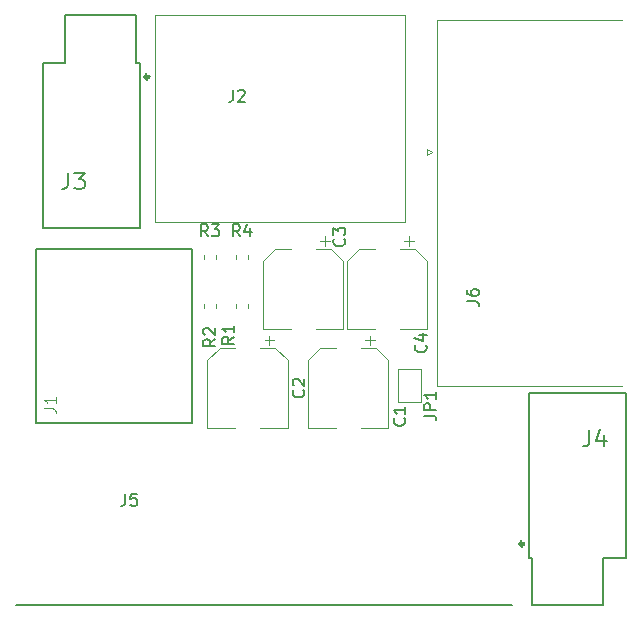
<source format=gto>
G04 #@! TF.GenerationSoftware,KiCad,Pcbnew,(5.1.0)-1*
G04 #@! TF.CreationDate,2019-07-12T21:05:45-04:00*
G04 #@! TF.ProjectId,Genesis_SMS Breakout,47656e65-7369-4735-9f53-4d5320427265,rev?*
G04 #@! TF.SameCoordinates,Original*
G04 #@! TF.FileFunction,Legend,Top*
G04 #@! TF.FilePolarity,Positive*
%FSLAX46Y46*%
G04 Gerber Fmt 4.6, Leading zero omitted, Abs format (unit mm)*
G04 Created by KiCad (PCBNEW (5.1.0)-1) date 2019-07-12 21:05:45*
%MOMM*%
%LPD*%
G04 APERTURE LIST*
%ADD10C,0.127000*%
%ADD11C,0.340000*%
%ADD12C,0.120000*%
%ADD13C,0.150000*%
%ADD14C,0.050000*%
G04 APERTURE END LIST*
D10*
X179100000Y-91400000D02*
X179100000Y-77400000D01*
X179100000Y-77400000D02*
X187300000Y-77400000D01*
X187300000Y-77400000D02*
X187300000Y-91400000D01*
X187300000Y-91400000D02*
X185400000Y-91400000D01*
X185400000Y-91400000D02*
X185400000Y-95400000D01*
X185400000Y-95400000D02*
X179400000Y-95400000D01*
X179400000Y-95400000D02*
X179400000Y-91400000D01*
X179400000Y-91400000D02*
X179100000Y-91400000D01*
D11*
X178670000Y-90200000D02*
G75*
G03X178670000Y-90200000I-170000J0D01*
G01*
X146920000Y-50650000D02*
G75*
G03X146920000Y-50650000I-170000J0D01*
G01*
D10*
X145850000Y-49450000D02*
X146150000Y-49450000D01*
X145850000Y-45450000D02*
X145850000Y-49450000D01*
X139850000Y-45450000D02*
X145850000Y-45450000D01*
X139850000Y-49450000D02*
X139850000Y-45450000D01*
X137950000Y-49450000D02*
X139850000Y-49450000D01*
X137950000Y-63450000D02*
X137950000Y-49450000D01*
X146150000Y-63450000D02*
X137950000Y-63450000D01*
X146150000Y-49450000D02*
X146150000Y-63450000D01*
X137390000Y-80000000D02*
X137390000Y-65200000D01*
X150600000Y-65200000D02*
X150600000Y-80000000D01*
X137400000Y-80000000D02*
X141100000Y-80000000D01*
X150600000Y-80000000D02*
X141100000Y-80000000D01*
X137400000Y-65200000D02*
X141100000Y-65200000D01*
X150600000Y-65200000D02*
X141100000Y-65200000D01*
D12*
X160390000Y-80410000D02*
X162740000Y-80410000D01*
X167210000Y-80410000D02*
X164860000Y-80410000D01*
X167210000Y-74654437D02*
X167210000Y-80410000D01*
X160390000Y-74654437D02*
X160390000Y-80410000D01*
X161454437Y-73590000D02*
X162740000Y-73590000D01*
X166145563Y-73590000D02*
X164860000Y-73590000D01*
X166145563Y-73590000D02*
X167210000Y-74654437D01*
X161454437Y-73590000D02*
X160390000Y-74654437D01*
X165647500Y-72562500D02*
X165647500Y-73350000D01*
X166041250Y-72956250D02*
X165253750Y-72956250D01*
X157541250Y-72956250D02*
X156753750Y-72956250D01*
X157147500Y-72562500D02*
X157147500Y-73350000D01*
X152954437Y-73590000D02*
X151890000Y-74654437D01*
X157645563Y-73590000D02*
X158710000Y-74654437D01*
X157645563Y-73590000D02*
X156360000Y-73590000D01*
X152954437Y-73590000D02*
X154240000Y-73590000D01*
X151890000Y-74654437D02*
X151890000Y-80410000D01*
X158710000Y-74654437D02*
X158710000Y-80410000D01*
X158710000Y-80410000D02*
X156360000Y-80410000D01*
X151890000Y-80410000D02*
X154240000Y-80410000D01*
X156590000Y-72010000D02*
X158940000Y-72010000D01*
X163410000Y-72010000D02*
X161060000Y-72010000D01*
X163410000Y-66254437D02*
X163410000Y-72010000D01*
X156590000Y-66254437D02*
X156590000Y-72010000D01*
X157654437Y-65190000D02*
X158940000Y-65190000D01*
X162345563Y-65190000D02*
X161060000Y-65190000D01*
X162345563Y-65190000D02*
X163410000Y-66254437D01*
X157654437Y-65190000D02*
X156590000Y-66254437D01*
X161847500Y-64162500D02*
X161847500Y-64950000D01*
X162241250Y-64556250D02*
X161453750Y-64556250D01*
X169341250Y-64556250D02*
X168553750Y-64556250D01*
X168947500Y-64162500D02*
X168947500Y-64950000D01*
X164754437Y-65190000D02*
X163690000Y-66254437D01*
X169445563Y-65190000D02*
X170510000Y-66254437D01*
X169445563Y-65190000D02*
X168160000Y-65190000D01*
X164754437Y-65190000D02*
X166040000Y-65190000D01*
X163690000Y-66254437D02*
X163690000Y-72010000D01*
X170510000Y-66254437D02*
X170510000Y-72010000D01*
X170510000Y-72010000D02*
X168160000Y-72010000D01*
X163690000Y-72010000D02*
X166040000Y-72010000D01*
X158050000Y-45450000D02*
X147450000Y-45450000D01*
X147450000Y-45450000D02*
X147450000Y-62950000D01*
X147450000Y-62950000D02*
X168650000Y-62950000D01*
X168650000Y-62950000D02*
X168650000Y-45450000D01*
X168650000Y-45450000D02*
X158050000Y-45450000D01*
D13*
X135700000Y-95400000D02*
X177700000Y-95400000D01*
D12*
X186970000Y-76800000D02*
X171360000Y-76800000D01*
X171360000Y-76800000D02*
X171360000Y-45830000D01*
X171360000Y-45830000D02*
X186970000Y-45830000D01*
X170465662Y-57250000D02*
X170465662Y-56750000D01*
X170465662Y-56750000D02*
X170898675Y-57000000D01*
X170898675Y-57000000D02*
X170465662Y-57250000D01*
X168000000Y-75425000D02*
X170000000Y-75425000D01*
X168000000Y-78225000D02*
X168000000Y-75425000D01*
X170000000Y-78225000D02*
X168000000Y-78225000D01*
X170000000Y-75425000D02*
X170000000Y-78225000D01*
X154290000Y-70246267D02*
X154290000Y-69903733D01*
X155310000Y-70246267D02*
X155310000Y-69903733D01*
X152610000Y-70246267D02*
X152610000Y-69903733D01*
X151590000Y-70246267D02*
X151590000Y-69903733D01*
X151590000Y-66046267D02*
X151590000Y-65703733D01*
X152610000Y-66046267D02*
X152610000Y-65703733D01*
X155310000Y-66071267D02*
X155310000Y-65728733D01*
X154290000Y-66071267D02*
X154290000Y-65728733D01*
D13*
X184230103Y-80542955D02*
X184230103Y-81543448D01*
X184163403Y-81743546D01*
X184030004Y-81876945D01*
X183829906Y-81943645D01*
X183696507Y-81943645D01*
X185497394Y-81009852D02*
X185497394Y-81943645D01*
X185163896Y-80476255D02*
X184830399Y-81476748D01*
X185697492Y-81476748D01*
X140086103Y-58772955D02*
X140086103Y-59773448D01*
X140019403Y-59973546D01*
X139886004Y-60106945D01*
X139685906Y-60173645D01*
X139552507Y-60173645D01*
X140619699Y-58772955D02*
X141486793Y-58772955D01*
X141019896Y-59306551D01*
X141219995Y-59306551D01*
X141353394Y-59373251D01*
X141420093Y-59439950D01*
X141486793Y-59573349D01*
X141486793Y-59906847D01*
X141420093Y-60040246D01*
X141353394Y-60106945D01*
X141219995Y-60173645D01*
X140819798Y-60173645D01*
X140686399Y-60106945D01*
X140619699Y-60040246D01*
D14*
X138052008Y-78733560D02*
X138766780Y-78733560D01*
X138909734Y-78781211D01*
X139005037Y-78876514D01*
X139052688Y-79019468D01*
X139052688Y-79114771D01*
X139052688Y-77732880D02*
X139052688Y-78304697D01*
X139052688Y-78018788D02*
X138052008Y-78018788D01*
X138194962Y-78114091D01*
X138290265Y-78209394D01*
X138337917Y-78304697D01*
D13*
X168557142Y-79566666D02*
X168604761Y-79614285D01*
X168652380Y-79757142D01*
X168652380Y-79852380D01*
X168604761Y-79995238D01*
X168509523Y-80090476D01*
X168414285Y-80138095D01*
X168223809Y-80185714D01*
X168080952Y-80185714D01*
X167890476Y-80138095D01*
X167795238Y-80090476D01*
X167700000Y-79995238D01*
X167652380Y-79852380D01*
X167652380Y-79757142D01*
X167700000Y-79614285D01*
X167747619Y-79566666D01*
X168652380Y-78614285D02*
X168652380Y-79185714D01*
X168652380Y-78900000D02*
X167652380Y-78900000D01*
X167795238Y-78995238D01*
X167890476Y-79090476D01*
X167938095Y-79185714D01*
X160007142Y-77166666D02*
X160054761Y-77214285D01*
X160102380Y-77357142D01*
X160102380Y-77452380D01*
X160054761Y-77595238D01*
X159959523Y-77690476D01*
X159864285Y-77738095D01*
X159673809Y-77785714D01*
X159530952Y-77785714D01*
X159340476Y-77738095D01*
X159245238Y-77690476D01*
X159150000Y-77595238D01*
X159102380Y-77452380D01*
X159102380Y-77357142D01*
X159150000Y-77214285D01*
X159197619Y-77166666D01*
X159197619Y-76785714D02*
X159150000Y-76738095D01*
X159102380Y-76642857D01*
X159102380Y-76404761D01*
X159150000Y-76309523D01*
X159197619Y-76261904D01*
X159292857Y-76214285D01*
X159388095Y-76214285D01*
X159530952Y-76261904D01*
X160102380Y-76833333D01*
X160102380Y-76214285D01*
X163457142Y-64366666D02*
X163504761Y-64414285D01*
X163552380Y-64557142D01*
X163552380Y-64652380D01*
X163504761Y-64795238D01*
X163409523Y-64890476D01*
X163314285Y-64938095D01*
X163123809Y-64985714D01*
X162980952Y-64985714D01*
X162790476Y-64938095D01*
X162695238Y-64890476D01*
X162600000Y-64795238D01*
X162552380Y-64652380D01*
X162552380Y-64557142D01*
X162600000Y-64414285D01*
X162647619Y-64366666D01*
X162552380Y-64033333D02*
X162552380Y-63414285D01*
X162933333Y-63747619D01*
X162933333Y-63604761D01*
X162980952Y-63509523D01*
X163028571Y-63461904D01*
X163123809Y-63414285D01*
X163361904Y-63414285D01*
X163457142Y-63461904D01*
X163504761Y-63509523D01*
X163552380Y-63604761D01*
X163552380Y-63890476D01*
X163504761Y-63985714D01*
X163457142Y-64033333D01*
X170357142Y-73366666D02*
X170404761Y-73414285D01*
X170452380Y-73557142D01*
X170452380Y-73652380D01*
X170404761Y-73795238D01*
X170309523Y-73890476D01*
X170214285Y-73938095D01*
X170023809Y-73985714D01*
X169880952Y-73985714D01*
X169690476Y-73938095D01*
X169595238Y-73890476D01*
X169500000Y-73795238D01*
X169452380Y-73652380D01*
X169452380Y-73557142D01*
X169500000Y-73414285D01*
X169547619Y-73366666D01*
X169785714Y-72509523D02*
X170452380Y-72509523D01*
X169404761Y-72747619D02*
X170119047Y-72985714D01*
X170119047Y-72366666D01*
X154066666Y-51752380D02*
X154066666Y-52466666D01*
X154019047Y-52609523D01*
X153923809Y-52704761D01*
X153780952Y-52752380D01*
X153685714Y-52752380D01*
X154495238Y-51847619D02*
X154542857Y-51800000D01*
X154638095Y-51752380D01*
X154876190Y-51752380D01*
X154971428Y-51800000D01*
X155019047Y-51847619D01*
X155066666Y-51942857D01*
X155066666Y-52038095D01*
X155019047Y-52180952D01*
X154447619Y-52752380D01*
X155066666Y-52752380D01*
X144936666Y-85962380D02*
X144936666Y-86676666D01*
X144889047Y-86819523D01*
X144793809Y-86914761D01*
X144650952Y-86962380D01*
X144555714Y-86962380D01*
X145889047Y-85962380D02*
X145412857Y-85962380D01*
X145365238Y-86438571D01*
X145412857Y-86390952D01*
X145508095Y-86343333D01*
X145746190Y-86343333D01*
X145841428Y-86390952D01*
X145889047Y-86438571D01*
X145936666Y-86533809D01*
X145936666Y-86771904D01*
X145889047Y-86867142D01*
X145841428Y-86914761D01*
X145746190Y-86962380D01*
X145508095Y-86962380D01*
X145412857Y-86914761D01*
X145365238Y-86867142D01*
X173849380Y-69634833D02*
X174563666Y-69634833D01*
X174706523Y-69682452D01*
X174801761Y-69777690D01*
X174849380Y-69920547D01*
X174849380Y-70015785D01*
X173849380Y-68730071D02*
X173849380Y-68920547D01*
X173897000Y-69015785D01*
X173944619Y-69063404D01*
X174087476Y-69158642D01*
X174277952Y-69206261D01*
X174658904Y-69206261D01*
X174754142Y-69158642D01*
X174801761Y-69111023D01*
X174849380Y-69015785D01*
X174849380Y-68825309D01*
X174801761Y-68730071D01*
X174754142Y-68682452D01*
X174658904Y-68634833D01*
X174420809Y-68634833D01*
X174325571Y-68682452D01*
X174277952Y-68730071D01*
X174230333Y-68825309D01*
X174230333Y-69015785D01*
X174277952Y-69111023D01*
X174325571Y-69158642D01*
X174420809Y-69206261D01*
X170252380Y-79333333D02*
X170966666Y-79333333D01*
X171109523Y-79380952D01*
X171204761Y-79476190D01*
X171252380Y-79619047D01*
X171252380Y-79714285D01*
X171252380Y-78857142D02*
X170252380Y-78857142D01*
X170252380Y-78476190D01*
X170300000Y-78380952D01*
X170347619Y-78333333D01*
X170442857Y-78285714D01*
X170585714Y-78285714D01*
X170680952Y-78333333D01*
X170728571Y-78380952D01*
X170776190Y-78476190D01*
X170776190Y-78857142D01*
X171252380Y-77333333D02*
X171252380Y-77904761D01*
X171252380Y-77619047D02*
X170252380Y-77619047D01*
X170395238Y-77714285D01*
X170490476Y-77809523D01*
X170538095Y-77904761D01*
X154152380Y-72666666D02*
X153676190Y-73000000D01*
X154152380Y-73238095D02*
X153152380Y-73238095D01*
X153152380Y-72857142D01*
X153200000Y-72761904D01*
X153247619Y-72714285D01*
X153342857Y-72666666D01*
X153485714Y-72666666D01*
X153580952Y-72714285D01*
X153628571Y-72761904D01*
X153676190Y-72857142D01*
X153676190Y-73238095D01*
X154152380Y-71714285D02*
X154152380Y-72285714D01*
X154152380Y-72000000D02*
X153152380Y-72000000D01*
X153295238Y-72095238D01*
X153390476Y-72190476D01*
X153438095Y-72285714D01*
X152552380Y-72866666D02*
X152076190Y-73200000D01*
X152552380Y-73438095D02*
X151552380Y-73438095D01*
X151552380Y-73057142D01*
X151600000Y-72961904D01*
X151647619Y-72914285D01*
X151742857Y-72866666D01*
X151885714Y-72866666D01*
X151980952Y-72914285D01*
X152028571Y-72961904D01*
X152076190Y-73057142D01*
X152076190Y-73438095D01*
X151647619Y-72485714D02*
X151600000Y-72438095D01*
X151552380Y-72342857D01*
X151552380Y-72104761D01*
X151600000Y-72009523D01*
X151647619Y-71961904D01*
X151742857Y-71914285D01*
X151838095Y-71914285D01*
X151980952Y-71961904D01*
X152552380Y-72533333D01*
X152552380Y-71914285D01*
X151933333Y-64152380D02*
X151600000Y-63676190D01*
X151361904Y-64152380D02*
X151361904Y-63152380D01*
X151742857Y-63152380D01*
X151838095Y-63200000D01*
X151885714Y-63247619D01*
X151933333Y-63342857D01*
X151933333Y-63485714D01*
X151885714Y-63580952D01*
X151838095Y-63628571D01*
X151742857Y-63676190D01*
X151361904Y-63676190D01*
X152266666Y-63152380D02*
X152885714Y-63152380D01*
X152552380Y-63533333D01*
X152695238Y-63533333D01*
X152790476Y-63580952D01*
X152838095Y-63628571D01*
X152885714Y-63723809D01*
X152885714Y-63961904D01*
X152838095Y-64057142D01*
X152790476Y-64104761D01*
X152695238Y-64152380D01*
X152409523Y-64152380D01*
X152314285Y-64104761D01*
X152266666Y-64057142D01*
X154633333Y-64152380D02*
X154300000Y-63676190D01*
X154061904Y-64152380D02*
X154061904Y-63152380D01*
X154442857Y-63152380D01*
X154538095Y-63200000D01*
X154585714Y-63247619D01*
X154633333Y-63342857D01*
X154633333Y-63485714D01*
X154585714Y-63580952D01*
X154538095Y-63628571D01*
X154442857Y-63676190D01*
X154061904Y-63676190D01*
X155490476Y-63485714D02*
X155490476Y-64152380D01*
X155252380Y-63104761D02*
X155014285Y-63819047D01*
X155633333Y-63819047D01*
M02*

</source>
